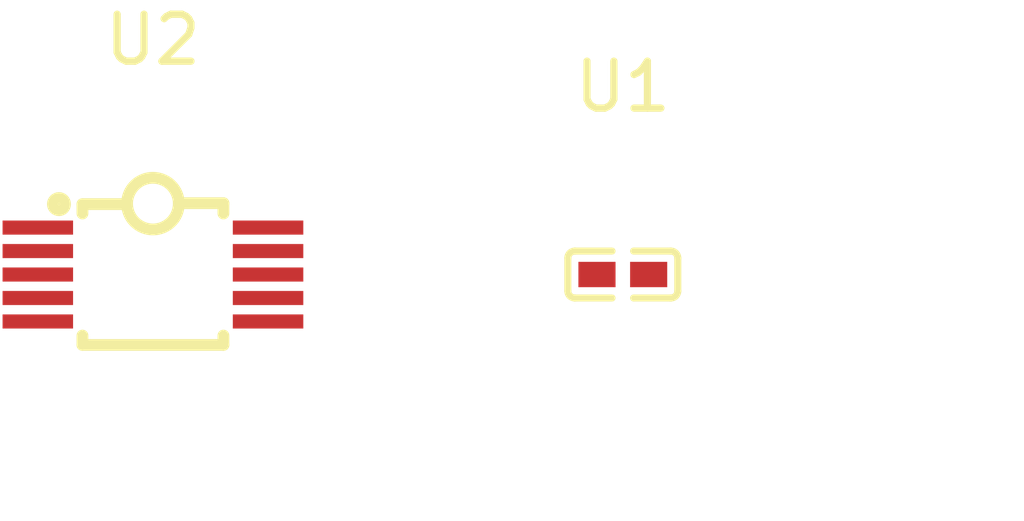
<source format=kicad_pcb>
(kicad_pcb (version 20240108) (generator "atopile") (generator_version "0.3.10-dev0")
  (layers (0 "F.Cu" signal) (31 "B.Cu" signal) (34 "B.Paste" user) (35 "F.Paste" user) (36 "B.SilkS" user "B.Silkscreen") (37 "F.SilkS" user "F.Silkscreen") (38 "B.Mask" user) (39 "F.Mask" user) (44 "Edge.Cuts" user))
  (net 0 "")
  (net 1 "VOUTB")
  (net 2 "SDA")
  (net 3 "line")
  (net 4 "RDY_BSYh")
  (net 5 "gnd")
  (net 6 "VOUTC")
  (net 7 "VOUTA")
  (net 8 "SCL")
  (net 9 "hv")
  (net 10 "LDACh")
  (footprint "atopile:MSOP-10_L3.0-W3.0-P0.50-LS5.0-TL-ee3c6b" (layer "F.Cu") (at 10 -5 0)
    (property "Reference" "U2" (at 0 -5 0) (layer "F.SilkS") (hide no))
    (property "Value" "")
    (fp_line (start -0.55 -1.5) (end -1.5 -1.5) (stroke (width 0.25)) (layer "F.SilkS"))
    (fp_line (start 1.5 -1.52) (end 0.55 -1.52) (stroke (width 0.25)) (layer "F.SilkS"))
    (fp_line (start 1.5 -1.3) (end 1.5 -1.52) (stroke (width 0.25)) (layer "F.SilkS"))
    (fp_line (start 1.5 1.5) (end 1.5 1.3) (stroke (width 0.25)) (layer "F.SilkS"))
    (fp_line (start -1.5 -1.3) (end -1.5 -1.5) (stroke (width 0.25)) (layer "F.SilkS"))
    (fp_line (start 1.5 1.5) (end -1.5 1.5) (stroke (width 0.25)) (layer "F.SilkS"))
    (fp_line (start -1.5 1.5) (end -1.5 1.3) (stroke (width 0.25)) (layer "F.SilkS"))
    (fp_arc (start -0.55 -1.5) (mid 0.550066323040278 -1.515200024706536) (end -0.5500907564003881 -1.509600346588942) (stroke (width 0.25)) (layer "F.SilkS"))
    (fp_circle (center -2 -1.5) (end -1.87 -1.5) (stroke (width 0.25)) (fill none) (layer "F.SilkS"))
    (fp_text user "${REFERENCE}" (at 0 -5 0) (layer "F.SilkS"))
    (pad "1" smd rect (at -2.45 -1 0) (size 1.5 0.3) (layers "F.Cu" "F.Paste" "F.Mask") (net 9 "hv"))
    (pad "2" smd rect (at -2.45 -0.5 0) (size 1.5 0.3) (layers "F.Cu" "F.Paste" "F.Mask") (net 8 "SCL"))
    (pad "3" smd rect (at -2.45 0 0) (size 1.5 0.3) (layers "F.Cu" "F.Paste" "F.Mask") (net 2 "SDA"))
    (pad "4" smd rect (at -2.45 0.5 0) (size 1.5 0.3) (layers "F.Cu" "F.Paste" "F.Mask") (net 10 "LDACh"))
    (pad "5" smd rect (at -2.45 1 0) (size 1.5 0.3) (layers "F.Cu" "F.Paste" "F.Mask") (net 4 "RDY_BSYh"))
    (pad "6" smd rect (at 2.45 1 0) (size 1.5 0.3) (layers "F.Cu" "F.Paste" "F.Mask") (net 7 "VOUTA"))
    (pad "7" smd rect (at 2.45 0.5 0) (size 1.5 0.3) (layers "F.Cu" "F.Paste" "F.Mask") (net 1 "VOUTB"))
    (pad "8" smd rect (at 2.45 0 0) (size 1.5 0.3) (layers "F.Cu" "F.Paste" "F.Mask") (net 6 "VOUTC"))
    (pad "9" smd rect (at 2.45 -0.5 0) (size 1.5 0.3) (layers "F.Cu" "F.Paste" "F.Mask") (net 3 "line"))
    (pad "10" smd rect (at 2.45 -1 0) (size 1.5 0.3) (layers "F.Cu" "F.Paste" "F.Mask") (net 5 "gnd"))
  )
  (footprint "atopile:C0402-b3ef17" (layer "F.Cu") (at 20 -5 0)
    (property "Reference" "U1" (at 0 -4 0) (layer "F.SilkS") (hide no))
    (property "Value" "100nF ±10% 16V X7R")
    (fp_line (start 1.02 -0.5) (end 0.23 -0.5) (stroke (width 0.15)) (layer "F.SilkS"))
    (fp_line (start 0.23 0.5) (end 1.02 0.5) (stroke (width 0.15)) (layer "F.SilkS"))
    (fp_line (start 1.17 0.35) (end 1.17 -0.35) (stroke (width 0.15)) (layer "F.SilkS"))
    (fp_line (start -1.02 -0.5) (end -0.23 -0.5) (stroke (width 0.15)) (layer "F.SilkS"))
    (fp_line (start -0.23 0.5) (end -1.02 0.5) (stroke (width 0.15)) (layer "F.SilkS"))
    (fp_line (start -1.17 0.35) (end -1.17 -0.35) (stroke (width 0.15)) (layer "F.SilkS"))
    (fp_arc (start 1.17 0.35) (mid 1.1260660171779822 0.456066017177982) (end 1.02 0.4999999999999999) (stroke (width 0.15)) (layer "F.SilkS"))
    (fp_arc (start 1.02 -0.5) (mid 1.1260660171779822 -0.4560660171779821) (end 1.17 -0.35) (stroke (width 0.15)) (layer "F.SilkS"))
    (fp_arc (start -1.17 0.35) (mid -1.1260660171779822 0.456066017177982) (end -1.02 0.4999999999999999) (stroke (width 0.15)) (layer "F.SilkS"))
    (fp_arc (start -1.02 -0.5) (mid -1.1260660171779822 -0.4560660171779821) (end -1.17 -0.35) (stroke (width 0.15)) (layer "F.SilkS"))
    (fp_text user "${REFERENCE}" (at 0 -4 0) (layer "F.SilkS"))
    (pad "2" smd rect (at 0.55 0 0) (size 0.79 0.54) (layers "F.Cu" "F.Paste" "F.Mask") (net 5 "gnd"))
    (pad "1" smd rect (at -0.55 0 0) (size 0.79 0.54) (layers "F.Cu" "F.Paste" "F.Mask") (net 9 "hv"))
  )
)
</source>
